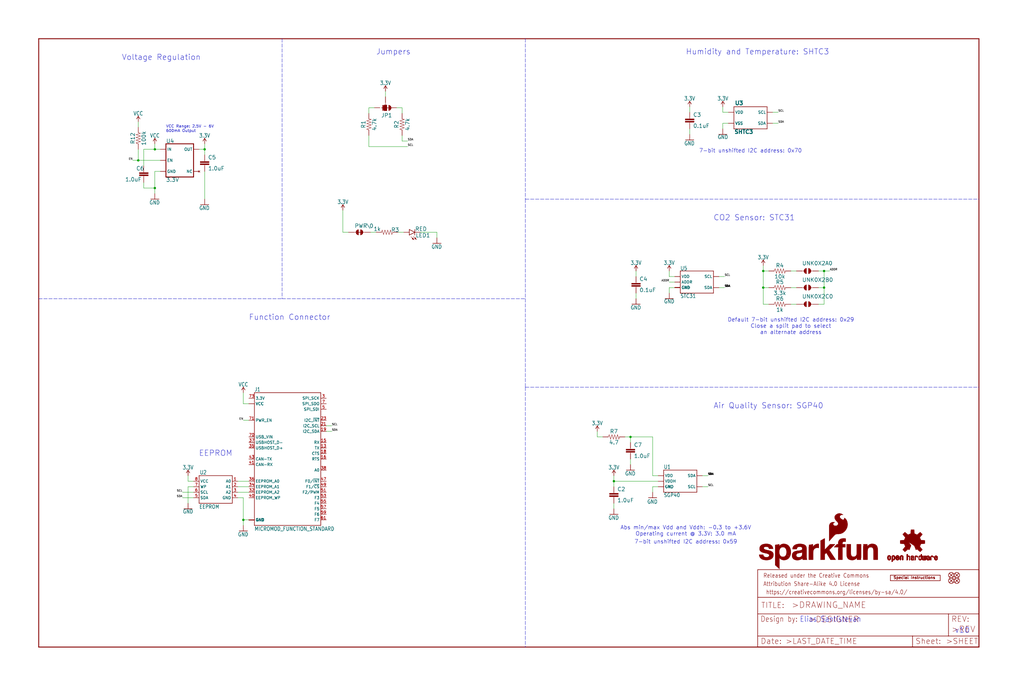
<source format=kicad_sch>
(kicad_sch (version 20211123) (generator eeschema)
  (paper "User" 470.306 317.906)
  (lib_symbols
    (symbol "eagleSchem-eagle-import:0.1UF-0603-25V-5%"
      (property "Reference" "C" (at 1.524 2.921 0))
      (property "Value" "0.1UF-0603-25V-5%" (at 1.524 -2.159 0))
      (symbol "0.1UF-0603-25V-5%_1_0"
        (pin passive line (at 0 5.08 270) (length 2.54) (name "1") (number "1"))
        (pin passive line (at 0 -2.54 90) (length 2.54) (name "2") (number "2"))
      )
    )
    (symbol "eagleSchem-eagle-import:1.0UF-0603-16V-10%"
      (property "Reference" "C" (at 1.524 2.921 0))
      (property "Value" "1.0UF-0603-16V-10%" (at 1.524 -2.159 0))
      (symbol "1.0UF-0603-16V-10%_1_0"
        (pin passive line (at 0 5.08 270) (length 2.54) (name "1") (number "1"))
        (pin passive line (at 0 -2.54 90) (length 2.54) (name "2") (number "2"))
      )
    )
    (symbol "eagleSchem-eagle-import:1.0UF-0603-16V-10%-X7R"
      (property "Reference" "C" (at 1.524 2.921 0))
      (property "Value" "1.0UF-0603-16V-10%-X7R" (at 1.524 -2.159 0))
      (symbol "1.0UF-0603-16V-10%-X7R_1_0"
        (pin passive line (at 0 5.08 270) (length 2.54) (name "1") (number "1"))
        (pin passive line (at 0 -2.54 90) (length 2.54) (name "2") (number "2"))
      )
    )
    (symbol "eagleSchem-eagle-import:100KOHM-0603-1{slash}10W-1%"
      (property "Reference" "R" (at 0 1.524 0))
      (property "Value" "100KOHM-0603-1{slash}10W-1%" (at 0 -1.524 0))
      (symbol "100KOHM-0603-1{slash}10W-1%_1_0"
        (pin passive line (at -5.08 0 0) (length 2.54) (name "1") (number "1"))
        (pin passive line (at 5.08 0 180) (length 2.54) (name "2") (number "2"))
      )
    )
    (symbol "eagleSchem-eagle-import:10KOHM-0603-1{slash}10W-1%"
      (property "Reference" "R" (at 0 1.524 0))
      (property "Value" "10KOHM-0603-1{slash}10W-1%" (at 0 -1.524 0))
      (symbol "10KOHM-0603-1{slash}10W-1%_1_0"
        (pin passive line (at -5.08 0 0) (length 2.54) (name "1") (number "1"))
        (pin passive line (at 5.08 0 180) (length 2.54) (name "2") (number "2"))
      )
    )
    (symbol "eagleSchem-eagle-import:1KOHM-0603-1{slash}10W-1%"
      (property "Reference" "R" (at 0 1.524 0))
      (property "Value" "1KOHM-0603-1{slash}10W-1%" (at 0 -1.524 0))
      (symbol "1KOHM-0603-1{slash}10W-1%_1_0"
        (pin passive line (at -5.08 0 0) (length 2.54) (name "1") (number "1"))
        (pin passive line (at 5.08 0 180) (length 2.54) (name "2") (number "2"))
      )
    )
    (symbol "eagleSchem-eagle-import:3.3KOHM-0603-1{slash}10W-1%"
      (property "Reference" "R" (at 0 1.524 0))
      (property "Value" "3.3KOHM-0603-1{slash}10W-1%" (at 0 -1.524 0))
      (symbol "3.3KOHM-0603-1{slash}10W-1%_1_0"
        (pin passive line (at -5.08 0 0) (length 2.54) (name "1") (number "1"))
        (pin passive line (at 5.08 0 180) (length 2.54) (name "2") (number "2"))
      )
    )
    (symbol "eagleSchem-eagle-import:3.3V" (power)
      (property "Value" "3.3V" (at 0 2.794 0))
      (symbol "3.3V_1_0"
        (pin power_in line (at 0 0 90) (length 2.54) (name "3.3V") (number "1"))
      )
    )
    (symbol "eagleSchem-eagle-import:4.7KOHM-0603-1{slash}10W-1%"
      (property "Reference" "R" (at 0 1.524 0))
      (property "Value" "4.7KOHM-0603-1{slash}10W-1%" (at 0 -1.524 0))
      (symbol "4.7KOHM-0603-1{slash}10W-1%_1_0"
        (pin passive line (at -5.08 0 0) (length 2.54) (name "1") (number "1"))
        (pin passive line (at 5.08 0 180) (length 2.54) (name "2") (number "2"))
      )
    )
    (symbol "eagleSchem-eagle-import:4.7OHM-0603-1{slash}10W-1%"
      (property "Reference" "R" (at 0 1.524 0))
      (property "Value" "4.7OHM-0603-1{slash}10W-1%" (at 0 -1.524 0))
      (symbol "4.7OHM-0603-1{slash}10W-1%_1_0"
        (pin passive line (at -5.08 0 0) (length 2.54) (name "1") (number "1"))
        (pin passive line (at 5.08 0 180) (length 2.54) (name "2") (number "2"))
      )
    )
    (symbol "eagleSchem-eagle-import:EEPROM-I2C512K"
      (property "Reference" "U" (at -7.62 8.382 0))
      (property "Value" "EEPROM-I2C512K" (at -7.62 -7.62 0))
      (symbol "EEPROM-I2C512K_1_0"
        (pin bidirectional line (at -10.16 5.08 0) (length 2.54) (name "A0") (number "1"))
        (pin bidirectional line (at -10.16 2.54 0) (length 2.54) (name "A1") (number "2"))
        (pin bidirectional line (at -10.16 0 0) (length 2.54) (name "A2") (number "3"))
        (pin power_in line (at -10.16 -2.54 0) (length 2.54) (name "GND") (number "4"))
        (pin bidirectional line (at 10.16 -2.54 180) (length 2.54) (name "SDA") (number "5"))
        (pin bidirectional line (at 10.16 0 180) (length 2.54) (name "SCL") (number "6"))
        (pin bidirectional line (at 10.16 2.54 180) (length 2.54) (name "WP") (number "7"))
        (pin power_in line (at 10.16 5.08 180) (length 2.54) (name "VCC") (number "8"))
      )
    )
    (symbol "eagleSchem-eagle-import:FIDUCIAL1X2")
    (symbol "eagleSchem-eagle-import:FRAME-LEDGER"
      (symbol "FRAME-LEDGER_2_0"
        (text " https://creativecommons.org/licenses/by-sa/4.0/" (at 2.54 24.13 0) (effects (font (size 1.9304 1.6408)) (justify left bottom)))
        (text ">DESIGNER" (at 23.114 11.176 0) (effects (font (size 2.7432 2.7432)) (justify left bottom)))
        (text ">DRAWING_NAME" (at 15.494 17.78 0) (effects (font (size 2.7432 2.7432)) (justify left bottom)))
        (text ">LAST_DATE_TIME" (at 12.7 1.27 0) (effects (font (size 2.54 2.54)) (justify left bottom)))
        (text ">REV" (at 88.9 6.604 0) (effects (font (size 2.7432 2.7432)) (justify left bottom)))
        (text ">SHEET" (at 86.36 1.27 0) (effects (font (size 2.54 2.54)) (justify left bottom)))
        (text "Attribution Share-Alike 4.0 License" (at 2.54 27.94 0) (effects (font (size 1.9304 1.6408)) (justify left bottom)))
        (text "Date:" (at 1.27 1.27 0) (effects (font (size 2.54 2.54)) (justify left bottom)))
        (text "Design by:" (at 1.27 11.43 0) (effects (font (size 2.54 2.159)) (justify left bottom)))
        (text "Released under the Creative Commons" (at 2.54 31.75 0) (effects (font (size 1.9304 1.6408)) (justify left bottom)))
        (text "REV:" (at 88.9 11.43 0) (effects (font (size 2.54 2.54)) (justify left bottom)))
        (text "Sheet:" (at 72.39 1.27 0) (effects (font (size 2.54 2.54)) (justify left bottom)))
        (text "TITLE:" (at 1.524 17.78 0) (effects (font (size 2.54 2.54)) (justify left bottom)))
      )
    )
    (symbol "eagleSchem-eagle-import:GND" (power)
      (property "Value" "GND" (at 0 -0.254 0))
      (symbol "GND_1_0"
        (pin power_in line (at 0 2.54 270) (length 2.54) (name "GND") (number "1"))
      )
    )
    (symbol "eagleSchem-eagle-import:JUMPER-SMT_2_NC_TRACE_SILK"
      (property "Reference" "JP" (at -2.54 2.54 0))
      (property "Value" "JUMPER-SMT_2_NC_TRACE_SILK" (at -2.54 -2.54 0))
      (symbol "JUMPER-SMT_2_NC_TRACE_SILK_1_0"
        (pin passive line (at -5.08 0 0) (length 2.54) (name "1") (number "1"))
        (pin passive line (at 5.08 0 180) (length 2.54) (name "2") (number "2"))
      )
    )
    (symbol "eagleSchem-eagle-import:JUMPER-SMT_2_NO_SILK"
      (property "Reference" "JP" (at -2.54 2.54 0))
      (property "Value" "JUMPER-SMT_2_NO_SILK" (at -2.54 -2.54 0))
      (symbol "JUMPER-SMT_2_NO_SILK_1_0"
        (pin passive line (at -5.08 0 0) (length 2.54) (name "1") (number "1"))
        (pin passive line (at 5.08 0 180) (length 2.54) (name "2") (number "2"))
      )
    )
    (symbol "eagleSchem-eagle-import:JUMPER-SMT_3_2-NC_TRACE_SILK"
      (property "Reference" "JP" (at 2.54 0.381 0))
      (property "Value" "JUMPER-SMT_3_2-NC_TRACE_SILK" (at 2.54 -0.381 0))
      (symbol "JUMPER-SMT_3_2-NC_TRACE_SILK_1_0"
        (pin passive line (at 0 5.08 270) (length 2.54) (name "1") (number "1"))
        (pin passive line (at -5.08 0 0) (length 2.54) (name "2") (number "2"))
        (pin passive line (at 0 -5.08 90) (length 2.54) (name "3") (number "3"))
      )
    )
    (symbol "eagleSchem-eagle-import:LED-RED0603"
      (property "Reference" "D" (at -3.429 -4.572 90))
      (property "Value" "LED-RED0603" (at 1.905 -4.572 90))
      (symbol "LED-RED0603_1_0"
        (pin passive line (at 0 2.54 270) (length 2.54) (name "A") (number "A"))
        (pin passive line (at 0 -5.08 90) (length 2.54) (name "C") (number "C"))
      )
    )
    (symbol "eagleSchem-eagle-import:MICROMOD_FUNCTION_STANDARD"
      (property "Reference" "J" (at -15.24 28.448 0))
      (property "Value" "MICROMOD_FUNCTION_STANDARD" (at -15.24 -35.56 0))
      (symbol "MICROMOD_FUNCTION_STANDARD_1_0"
        (pin bidirectional line (at -17.78 -30.48 0) (length 2.54) (name "GND") (number "1"))
        (pin bidirectional line (at 17.78 2.54 180) (length 2.54) (name "TX") (number "13"))
        (pin bidirectional line (at 17.78 5.08 180) (length 2.54) (name "RX") (number "15"))
        (pin bidirectional line (at 17.78 -2.54 180) (length 2.54) (name "RTS") (number "16"))
        (pin bidirectional line (at 17.78 0 180) (length 2.54) (name "CTS") (number "18"))
        (pin bidirectional line (at 17.78 10.16 180) (length 2.54) (name "I2C_SDA") (number "19"))
        (pin bidirectional line (at 17.78 12.7 180) (length 2.54) (name "I2C_SCL") (number "21"))
        (pin bidirectional line (at 17.78 15.24 180) (length 2.54) (name "I2C_~{INT}") (number "23"))
        (pin bidirectional line (at 17.78 25.4 180) (length 2.54) (name "SPI_SCK") (number "3"))
        (pin bidirectional line (at -17.78 -17.78 0) (length 2.54) (name "EEPROM_A2") (number "32"))
        (pin bidirectional line (at -17.78 -30.48 0) (length 2.54) (name "GND") (number "33"))
        (pin bidirectional line (at -17.78 -15.24 0) (length 2.54) (name "EEPROM_A1") (number "34"))
        (pin bidirectional line (at -17.78 2.54 0) (length 2.54) (name "USBHOST_D+") (number "35"))
        (pin bidirectional line (at -17.78 -12.7 0) (length 2.54) (name "EEPROM_A0") (number "36"))
        (pin bidirectional line (at -17.78 5.08 0) (length 2.54) (name "USBHOST_D-") (number "37"))
        (pin bidirectional line (at 17.78 -7.62 180) (length 2.54) (name "A0") (number "38"))
        (pin bidirectional line (at -17.78 -30.48 0) (length 2.54) (name "GND") (number "39"))
        (pin bidirectional line (at -17.78 -20.32 0) (length 2.54) (name "EEPROM_WP") (number "40"))
        (pin bidirectional line (at -17.78 -5.08 0) (length 2.54) (name "CAN-RX") (number "41"))
        (pin bidirectional line (at -17.78 -2.54 0) (length 2.54) (name "CAN-TX") (number "43"))
        (pin bidirectional line (at -17.78 -30.48 0) (length 2.54) (name "GND") (number "45"))
        (pin bidirectional line (at 17.78 -12.7 180) (length 2.54) (name "F0/~{INT}") (number "47"))
        (pin bidirectional line (at 17.78 -15.24 180) (length 2.54) (name "F1/~{CS}") (number "49"))
        (pin bidirectional line (at 17.78 20.32 180) (length 2.54) (name "SPI_SDI") (number "5"))
        (pin bidirectional line (at 17.78 -17.78 180) (length 2.54) (name "F2/PWM") (number "51"))
        (pin bidirectional line (at 17.78 -20.32 180) (length 2.54) (name "F3") (number "53"))
        (pin bidirectional line (at 17.78 -22.86 180) (length 2.54) (name "F4") (number "55"))
        (pin bidirectional line (at 17.78 -25.4 180) (length 2.54) (name "F5") (number "57"))
        (pin bidirectional line (at 17.78 -27.94 180) (length 2.54) (name "F6") (number "59"))
        (pin bidirectional line (at 17.78 -30.48 180) (length 2.54) (name "F7") (number "61"))
        (pin bidirectional line (at 17.78 22.86 180) (length 2.54) (name "SPI_SDO") (number "7"))
        (pin bidirectional line (at -17.78 7.62 0) (length 2.54) (name "USB_VIN") (number "70"))
        (pin bidirectional line (at -17.78 15.24 0) (length 2.54) (name "PWR_EN") (number "71"))
        (pin bidirectional line (at -17.78 22.86 0) (length 2.54) (name "VCC") (number "72"))
        (pin bidirectional line (at -17.78 25.4 0) (length 2.54) (name "3.3V") (number "73"))
        (pin bidirectional line (at -17.78 22.86 0) (length 2.54) (name "VCC") (number "74"))
        (pin bidirectional line (at -17.78 -30.48 0) (length 2.54) (name "GND") (number "75"))
        (pin bidirectional line (at -17.78 -30.48 0) (length 2.54) (name "GND") (number "GND1"))
        (pin bidirectional line (at -17.78 -30.48 0) (length 2.54) (name "GND") (number "GND2"))
        (pin bidirectional line (at -17.78 -30.48 0) (length 2.54) (name "GND") (number "GND3"))
        (pin bidirectional line (at -17.78 -30.48 0) (length 2.54) (name "GND") (number "GND4"))
        (pin bidirectional line (at -17.78 -30.48 0) (length 2.54) (name "GND") (number "GND5"))
        (pin bidirectional line (at -17.78 -30.48 0) (length 2.54) (name "GND") (number "GND6"))
      )
    )
    (symbol "eagleSchem-eagle-import:OSHW-LOGOS")
    (symbol "eagleSchem-eagle-import:SFE_LOGO_NAME_FLAME.2_INCH")
    (symbol "eagleSchem-eagle-import:SGP40"
      (property "Reference" "U" (at -7.62 5.588 0))
      (property "Value" "SGP40" (at -7.62 -7.366 0))
      (symbol "SGP40_1_0"
        (pin power_in line (at -10.16 2.54 0) (length 2.54) (name "VDD") (number "1"))
        (pin power_in line (at -10.16 -2.54 0) (length 2.54) (name "GND") (number "2"))
        (pin bidirectional line (at 10.16 2.54 180) (length 2.54) (name "SDA") (number "3"))
        (pin power_in line (at -10.16 -2.54 0) (length 2.54) (name "GND") (number "4"))
        (pin power_in line (at -10.16 0 0) (length 2.54) (name "VDDH") (number "5"))
        (pin bidirectional line (at 10.16 -2.54 180) (length 2.54) (name "SCL") (number "6"))
        (pin power_in line (at -10.16 -2.54 0) (length 2.54) (name "GND") (number "DIEPAD"))
      )
    )
    (symbol "eagleSchem-eagle-import:SHTC3"
      (property "Reference" "U" (at -7.366 5.588 0))
      (property "Value" "SHTC3" (at -7.62 -7.62 0))
      (symbol "SHTC3_1_0"
        (pin bidirectional line (at -10.16 2.54 0) (length 2.54) (name "VDD") (number "1"))
        (pin bidirectional line (at 10.16 2.54 180) (length 2.54) (name "SCL") (number "2"))
        (pin bidirectional line (at 10.16 -2.54 180) (length 2.54) (name "SDA") (number "3"))
        (pin bidirectional line (at -10.16 -2.54 0) (length 2.54) (name "VSS") (number "4"))
        (pin bidirectional line (at -10.16 -2.54 0) (length 2.54) (name "VSS") (number "5"))
      )
    )
    (symbol "eagleSchem-eagle-import:SPECIAL_INSTRUCTIONS-ORDERING"
      (symbol "SPECIAL_INSTRUCTIONS-ORDERING_1_0"
        (text "Special Instructions" (at 1.27 0.6985 0) (effects (font (size 1.27 1.27) (thickness 0.254) bold) (justify left bottom)))
      )
    )
    (symbol "eagleSchem-eagle-import:STC31"
      (property "Reference" "U" (at -7.62 5.334 0))
      (property "Value" "STC31" (at -7.62 -7.366 0))
      (symbol "STC31_1_0"
        (pin power_in line (at -10.16 -2.54 0) (length 2.54) (name "GND") (number "1"))
        (pin power_in line (at -10.16 -2.54 0) (length 2.54) (name "GND") (number "11"))
        (pin bidirectional line (at -10.16 0 0) (length 2.54) (name "ADDR") (number "3"))
        (pin bidirectional line (at 10.16 2.54 180) (length 2.54) (name "SCL") (number "4"))
        (pin power_in line (at -10.16 -2.54 0) (length 2.54) (name "GND") (number "5"))
        (pin power_in line (at -10.16 2.54 0) (length 2.54) (name "VDD") (number "6"))
        (pin bidirectional line (at 10.16 -2.54 180) (length 2.54) (name "SDA") (number "7"))
        (pin power_in line (at -10.16 -2.54 0) (length 2.54) (name "GND") (number "9"))
        (pin power_in line (at -10.16 -2.54 0) (length 2.54) (name "GND") (number "DIEPAD"))
      )
    )
    (symbol "eagleSchem-eagle-import:VCC" (power)
      (property "Value" "VCC" (at 0 2.794 0))
      (symbol "VCC_1_0"
        (pin power_in line (at 0 0 90) (length 2.54) (name "VCC") (number "1"))
      )
    )
    (symbol "eagleSchem-eagle-import:V_REG_AP2112K-3.3V"
      (property "Reference" "U" (at -7.62 7.874 0))
      (property "Value" "V_REG_AP2112K-3.3V" (at -7.62 -7.874 0))
      (symbol "V_REG_AP2112K-3.3V_1_0"
        (pin input line (at -10.16 5.08 0) (length 2.54) (name "IN") (number "1"))
        (pin input line (at -10.16 -5.08 0) (length 2.54) (name "GND") (number "2"))
        (pin input line (at -10.16 0 0) (length 2.54) (name "EN") (number "3"))
        (pin no_connect line (at 7.62 -5.08 180) (length 2.54) (name "NC") (number "4"))
        (pin passive line (at 7.62 5.08 180) (length 2.54) (name "OUT") (number "5"))
      )
    )
  )
  (junction (at 350.52 124.46))
  (junction (at 71.12 68.58))
  (junction (at 111.76 238.76))
  (junction (at 281.94 220.98))
  (junction (at 93.98 68.58))
  (junction (at 71.12 86.36))
  (junction (at 63.5 73.66))
  (junction (at 378.46 132.08))
  (junction (at 350.52 132.08))
  (junction (at 289.56 200.66))
  (junction (at 378.46 124.46))
  (wire (pts (xy 63.5 58.42) (xy 63.5 55.88)))
  (wire (pts (xy 185.42 106.68) (xy 182.88 106.68)))
  (wire (pts (xy 109.22 228.6) (xy 111.76 228.6)))
  (wire (pts (xy 289.56 210.82) (xy 289.56 213.36)))
  (polyline (pts (xy 241.3 91.44) (xy 449.58 91.44)))
  (wire (pts (xy 93.98 91.44) (xy 93.98 78.74)))
  (wire (pts (xy 350.52 139.7) (xy 350.52 132.08)))
  (wire (pts (xy 302.26 218.44) (xy 299.72 218.44)))
  (wire (pts (xy 309.88 129.54) (xy 307.34 129.54)))
  (wire (pts (xy 289.56 200.66) (xy 289.56 203.2)))
  (wire (pts (xy 309.88 127) (xy 307.34 127)))
  (wire (pts (xy 299.72 200.66) (xy 289.56 200.66)))
  (wire (pts (xy 309.88 132.08) (xy 307.34 132.08)))
  (wire (pts (xy 365.76 132.08) (xy 363.22 132.08)))
  (wire (pts (xy 157.48 106.68) (xy 157.48 96.52)))
  (wire (pts (xy 66.04 76.2) (xy 66.04 68.58)))
  (wire (pts (xy 353.06 139.7) (xy 350.52 139.7)))
  (wire (pts (xy 354.838 51.562) (xy 357.378 51.562)))
  (wire (pts (xy 88.9 220.98) (xy 86.36 220.98)))
  (wire (pts (xy 149.86 195.58) (xy 152.4 195.58)))
  (wire (pts (xy 177.038 44.45) (xy 177.038 41.91)))
  (wire (pts (xy 171.958 49.53) (xy 169.418 49.53)))
  (polyline (pts (xy 241.3 137.16) (xy 241.3 177.8)))
  (wire (pts (xy 281.94 218.44) (xy 281.94 220.98)))
  (wire (pts (xy 334.518 56.642) (xy 331.978 56.642)))
  (wire (pts (xy 111.76 185.42) (xy 111.76 180.34)))
  (wire (pts (xy 170.18 106.68) (xy 172.72 106.68)))
  (wire (pts (xy 111.76 193.04) (xy 114.3 193.04)))
  (polyline (pts (xy 241.3 177.8) (xy 449.58 177.8)))
  (wire (pts (xy 169.418 49.53) (xy 169.418 52.07)))
  (wire (pts (xy 114.3 238.76) (xy 111.76 238.76)))
  (wire (pts (xy 184.658 62.23) (xy 184.658 64.77)))
  (wire (pts (xy 350.52 132.08) (xy 350.52 124.46)))
  (wire (pts (xy 353.06 124.46) (xy 350.52 124.46)))
  (wire (pts (xy 93.98 68.58) (xy 93.98 71.12)))
  (wire (pts (xy 316.738 59.182) (xy 316.738 61.722)))
  (wire (pts (xy 353.06 132.08) (xy 350.52 132.08)))
  (wire (pts (xy 378.46 139.7) (xy 378.46 132.08)))
  (wire (pts (xy 292.1 134.62) (xy 292.1 137.16)))
  (wire (pts (xy 378.46 132.08) (xy 378.46 124.46)))
  (wire (pts (xy 354.838 56.642) (xy 357.378 56.642)))
  (wire (pts (xy 169.418 62.23) (xy 169.418 67.31)))
  (polyline (pts (xy 241.3 91.44) (xy 241.3 137.16)))
  (polyline (pts (xy 241.3 177.8) (xy 241.3 297.18)))
  (wire (pts (xy 109.22 226.06) (xy 114.3 226.06)))
  (wire (pts (xy 73.66 68.58) (xy 71.12 68.58)))
  (wire (pts (xy 169.418 67.31) (xy 187.198 67.31)))
  (wire (pts (xy 274.32 200.66) (xy 274.32 198.12)))
  (wire (pts (xy 109.22 220.98) (xy 114.3 220.98)))
  (wire (pts (xy 88.9 228.6) (xy 83.82 228.6)))
  (wire (pts (xy 316.738 49.022) (xy 316.738 51.562)))
  (wire (pts (xy 93.98 66.04) (xy 93.98 68.58)))
  (wire (pts (xy 276.86 200.66) (xy 274.32 200.66)))
  (wire (pts (xy 200.66 106.68) (xy 193.04 106.68)))
  (wire (pts (xy 299.72 218.44) (xy 299.72 200.66)))
  (wire (pts (xy 322.58 218.44) (xy 325.12 218.44)))
  (wire (pts (xy 88.9 223.52) (xy 86.36 223.52)))
  (wire (pts (xy 375.92 132.08) (xy 378.46 132.08)))
  (wire (pts (xy 114.3 185.42) (xy 111.76 185.42)))
  (wire (pts (xy 73.66 78.74) (xy 71.12 78.74)))
  (wire (pts (xy 71.12 68.58) (xy 71.12 66.04)))
  (wire (pts (xy 375.92 139.7) (xy 378.46 139.7)))
  (wire (pts (xy 66.04 86.36) (xy 71.12 86.36)))
  (wire (pts (xy 88.9 226.06) (xy 83.82 226.06)))
  (wire (pts (xy 91.44 68.58) (xy 93.98 68.58)))
  (wire (pts (xy 281.94 220.98) (xy 281.94 223.52)))
  (wire (pts (xy 66.04 86.36) (xy 66.04 83.82)))
  (wire (pts (xy 63.5 73.66) (xy 63.5 68.58)))
  (wire (pts (xy 365.76 124.46) (xy 363.22 124.46)))
  (wire (pts (xy 71.12 86.36) (xy 71.12 88.9)))
  (wire (pts (xy 184.658 49.53) (xy 184.658 52.07)))
  (wire (pts (xy 86.36 223.52) (xy 86.36 231.14)))
  (wire (pts (xy 292.1 127) (xy 292.1 124.46)))
  (wire (pts (xy 287.02 200.66) (xy 289.56 200.66)))
  (wire (pts (xy 302.26 220.98) (xy 281.94 220.98)))
  (wire (pts (xy 149.86 198.12) (xy 152.4 198.12)))
  (wire (pts (xy 302.26 223.52) (xy 299.72 223.52)))
  (wire (pts (xy 299.72 223.52) (xy 299.72 226.06)))
  (wire (pts (xy 281.94 231.14) (xy 281.94 233.68)))
  (polyline (pts (xy 241.3 17.78) (xy 241.3 91.44)))
  (wire (pts (xy 111.76 228.6) (xy 111.76 238.76)))
  (wire (pts (xy 200.66 106.68) (xy 200.66 109.22)))
  (wire (pts (xy 334.518 51.562) (xy 331.978 51.562)))
  (wire (pts (xy 350.52 124.46) (xy 350.52 121.92)))
  (wire (pts (xy 378.46 124.46) (xy 381 124.46)))
  (wire (pts (xy 322.58 223.52) (xy 325.12 223.52)))
  (wire (pts (xy 365.76 139.7) (xy 363.22 139.7)))
  (wire (pts (xy 331.978 56.642) (xy 331.978 59.182)))
  (wire (pts (xy 307.34 132.08) (xy 307.34 134.62)))
  (wire (pts (xy 73.66 73.66) (xy 63.5 73.66)))
  (wire (pts (xy 375.92 124.46) (xy 378.46 124.46)))
  (wire (pts (xy 182.118 49.53) (xy 184.658 49.53)))
  (polyline (pts (xy 129.54 17.78) (xy 129.54 137.16)))
  (wire (pts (xy 160.02 106.68) (xy 157.48 106.68)))
  (wire (pts (xy 71.12 78.74) (xy 71.12 86.36)))
  (wire (pts (xy 111.76 238.76) (xy 111.76 241.3)))
  (polyline (pts (xy 17.78 137.16) (xy 129.54 137.16)))
  (polyline (pts (xy 129.54 137.16) (xy 241.3 137.16)))
  (wire (pts (xy 331.978 51.562) (xy 331.978 49.022)))
  (wire (pts (xy 184.658 64.77) (xy 187.198 64.77)))
  (wire (pts (xy 109.22 223.52) (xy 114.3 223.52)))
  (wire (pts (xy 307.34 127) (xy 307.34 124.46)))
  (wire (pts (xy 330.2 132.08) (xy 332.74 132.08)))
  (wire (pts (xy 63.5 73.66) (xy 60.96 73.66)))
  (wire (pts (xy 66.04 68.58) (xy 71.12 68.58)))
  (wire (pts (xy 330.2 127) (xy 332.74 127)))
  (wire (pts (xy 86.36 220.98) (xy 86.36 218.44)))
  (text "Function Connector" (at 114.3 147.32 180) (effects (font (size 2.54 2.54)) (justify left bottom)))
  (text "Air Quality Sensor: SGP40" (at 327.66 187.96 180) (effects (font (size 2.54 2.54)) (justify left bottom)))
  (text "Abs min/max Vdd and Vddh: -0.3 to +3.6V\nOperating current @ 3.3V: 3.0 mA" (at 314.96 243.84 0) (effects (font (size 1.778 1.778))))
  (text "v10" (at 441.96 289.56 180) (effects (font (size 2.54 2.54))))
  (text "EEPROM" (at 99.06 208.28 180) (effects (font (size 2.54 2.54))))
  (text "CO2 Sensor: STC31" (at 327.66 101.6 180) (effects (font (size 2.54 2.54)) (justify left bottom)))
  (text "7-bit unshifted I2C address: 0x59" (at 314.96 248.92 180) (effects (font (size 1.778 1.778))))
  (text "Elias Santistevan" (at 367.284 286.004 180) (effects (font (size 2.54 2.159)) (justify left bottom)))
  (text "VCC Range: 2.5V - 6V\n600mA Output" (at 76.2 60.96 180) (effects (font (size 1.27 1.27)) (justify left bottom)))
  (text "Humidity and Temperature: SHTC3" (at 314.96 25.4 180) (effects (font (size 2.54 2.54)) (justify left bottom)))
  (text "7-bit unshifted I2C address: 0x70" (at 344.678 69.342 180) (effects (font (size 1.778 1.778))))
  (text "Default 7-bit unshifted I2C address: 0x29\nClose a split pad to select\nan alternate address" (at 363.22 149.86 0) (effects (font (size 1.778 1.778))))
  (text "Voltage Regulation" (at 55.88 27.94 180) (effects (font (size 2.54 2.54)) (justify left bottom)))
  (text "Jumpers" (at 172.72 25.4 180) (effects (font (size 2.54 2.54)) (justify left bottom)))
  (label "SCL" (at 357.378 51.562 0) (effects (font (size 0.889 0.889))))
  (label "SDA" (at 152.4 198.12 0) (effects (font (size 0.889 0.889))))
  (label "EN" (at 111.76 193.04 180) (effects (font (size 0.889 0.889))))
  (label "SDA" (at 187.198 64.77 0) (effects (font (size 0.889 0.889))))
  (label "SDA" (at 332.74 132.08 0) (effects (font (size 0.889 0.889))))
  (label "SDA" (at 332.74 132.08 0) (effects (font (size 0.889 0.889))))
  (label "EN" (at 60.96 73.66 180) (effects (font (size 0.889 0.889))))
  (label "ADDR" (at 381 124.46 0) (effects (font (size 0.889 0.889))))
  (label "SDA" (at 325.12 218.44 0) (effects (font (size 0.889 0.889))))
  (label "SCL" (at 187.198 67.31 0) (effects (font (size 0.889 0.889))))
  (label "SDA" (at 325.12 218.44 0) (effects (font (size 0.889 0.889))))
  (label "SDA" (at 325.12 218.44 0) (effects (font (size 0.889 0.889))))
  (label "SCL" (at 83.82 226.06 180) (effects (font (size 0.889 0.889))))
  (label "SDA" (at 332.74 132.08 0) (effects (font (size 0.889 0.889))))
  (label "SCL" (at 325.12 223.52 0) (effects (font (size 0.889 0.889))))
  (label "SDA" (at 332.74 132.08 0) (effects (font (size 0.889 0.889))))
  (label "SDA" (at 357.378 56.642 0) (effects (font (size 0.889 0.889))))
  (label "SCL" (at 332.74 127 0) (effects (font (size 0.889 0.889))))
  (label "SDA" (at 325.12 218.44 0) (effects (font (size 0.889 0.889))))
  (label "SDA" (at 83.82 228.6 180) (effects (font (size 0.889 0.889))))
  (label "ADDR" (at 307.34 129.54 180) (effects (font (size 0.889 0.889))))
  (label "SCL" (at 152.4 195.58 0) (effects (font (size 0.889 0.889))))
  (label "SDA" (at 332.74 132.08 0) (effects (font (size 0.889 0.889))))
  (label "SDA" (at 325.12 218.44 0) (effects (font (size 0.889 0.889))))
  (symbol (lib_id "eagleSchem-eagle-import:3.3V") (at 86.36 218.44 0) (unit 1)
    (property "Reference" "#SUPPLY14" (effects hide))
    (property "Value" "3.3V" (at 86.36 215.646 0) (effects (font (size 1.778 1.5113)) (justify bottom)))
    (property "Footprint" "eagleSchem:" (effects hide))
  )
  (symbol (lib_id "eagleSchem-eagle-import:SGP40") (at 312.42 220.98 0) (unit 1)
    (property "Reference" "U1" (at 304.8 215.392 0) (effects (font (size 1.778 1.5113)) (justify left bottom)))
    (property "Value" "SGP40" (at 304.8 228.346 0) (effects (font (size 1.778 1.5113)) (justify left bottom)))
    (property "Footprint" "eagleSchem:SGP40" (effects hide))
  )
  (symbol (lib_id "eagleSchem-eagle-import:GND") (at 71.12 91.44 0) (unit 1)
    (property "Reference" "#GND14" (effects hide))
    (property "Value" "GND" (at 68.58 93.98 0) (effects (font (size 1.778 1.5113)) (justify left bottom)))
    (property "Footprint" "eagleSchem:" (effects hide))
  )
  (symbol (lib_id "eagleSchem-eagle-import:3.3V") (at 177.038 41.91 0) (unit 1)
    (property "Reference" "#SUPPLY11" (effects hide))
    (property "Value" "3.3V" (at 177.038 39.116 0) (effects (font (size 1.778 1.5113)) (justify bottom)))
    (property "Footprint" "eagleSchem:" (effects hide))
  )
  (symbol (lib_id "eagleSchem-eagle-import:4.7KOHM-0603-1{slash}10W-1%") (at 169.418 57.15 90) (unit 1)
    (property "Reference" "R1" (at 167.894 57.15 0) (effects (font (size 1.778 1.778)) (justify bottom)))
    (property "Value" "4.7k" (at 170.942 57.15 0) (effects (font (size 1.778 1.778)) (justify top)))
    (property "Footprint" "eagleSchem:0603" (effects hide))
  )
  (symbol (lib_id "eagleSchem-eagle-import:JUMPER-SMT_2_NO_SILK") (at 370.84 124.46 0) (unit 1)
    (property "Reference" "UNK0X2A0" (at 368.3 121.92 0) (effects (font (size 1.778 1.778)) (justify left bottom)))
    (property "Value" "JUMPER-SMT_2_NO_SILK" (effects hide))
    (property "Footprint" "eagleSchem:SMT-JUMPER_2_NO_SILK" (effects hide))
  )
  (symbol (lib_id "eagleSchem-eagle-import:0.1UF-0603-25V-5%") (at 292.1 132.08 0) (unit 1)
    (property "Reference" "C4" (at 293.624 129.159 0) (effects (font (size 1.778 1.778)) (justify left bottom)))
    (property "Value" "0.1uF" (at 293.624 134.239 0) (effects (font (size 1.778 1.778)) (justify left bottom)))
    (property "Footprint" "eagleSchem:0603" (effects hide))
  )
  (symbol (lib_id "eagleSchem-eagle-import:3.3V") (at 331.978 49.022 0) (unit 1)
    (property "Reference" "#SUPPLY8" (effects hide))
    (property "Value" "3.3V" (at 331.978 46.228 0) (effects (font (size 1.778 1.5113)) (justify bottom)))
    (property "Footprint" "eagleSchem:" (effects hide))
  )
  (symbol (lib_id "eagleSchem-eagle-import:FIDUCIAL1X2") (at 439.42 266.7 0) (unit 1)
    (property "Reference" "FD4" (effects hide))
    (property "Value" "FIDUCIAL1X2" (effects hide))
    (property "Footprint" "eagleSchem:FIDUCIAL-1X2" (effects hide))
  )
  (symbol (lib_id "eagleSchem-eagle-import:GND") (at 281.94 236.22 0) (unit 1)
    (property "Reference" "#GND3" (effects hide))
    (property "Value" "GND" (at 279.4 238.76 0) (effects (font (size 1.778 1.5113)) (justify left bottom)))
    (property "Footprint" "eagleSchem:" (effects hide))
  )
  (symbol (lib_id "eagleSchem-eagle-import:3.3V") (at 350.52 121.92 0) (unit 1)
    (property "Reference" "#SUPPLY6" (effects hide))
    (property "Value" "3.3V" (at 350.52 119.126 0) (effects (font (size 1.778 1.5113)) (justify bottom)))
    (property "Footprint" "eagleSchem:" (effects hide))
  )
  (symbol (lib_id "eagleSchem-eagle-import:JUMPER-SMT_2_NO_SILK") (at 370.84 132.08 0) (unit 1)
    (property "Reference" "UNK0X2B0" (at 368.3 129.54 0) (effects (font (size 1.778 1.778)) (justify left bottom)))
    (property "Value" "JUMPER-SMT_2_NO_SILK" (effects hide))
    (property "Footprint" "eagleSchem:SMT-JUMPER_2_NO_SILK" (effects hide))
  )
  (symbol (lib_id "eagleSchem-eagle-import:FIDUCIAL1X2") (at 436.88 266.7 0) (unit 1)
    (property "Reference" "FD2" (effects hide))
    (property "Value" "FIDUCIAL1X2" (effects hide))
    (property "Footprint" "eagleSchem:FIDUCIAL-1X2" (effects hide))
  )
  (symbol (lib_id "eagleSchem-eagle-import:GND") (at 307.34 137.16 0) (unit 1)
    (property "Reference" "#GND1" (effects hide))
    (property "Value" "GND" (at 307.34 137.414 0) (effects (font (size 1.778 1.5113)) (justify top)))
    (property "Footprint" "eagleSchem:" (effects hide))
  )
  (symbol (lib_id "eagleSchem-eagle-import:GND") (at 289.56 215.9 0) (unit 1)
    (property "Reference" "#GND7" (effects hide))
    (property "Value" "GND" (at 287.02 218.44 0) (effects (font (size 1.778 1.5113)) (justify left bottom)))
    (property "Footprint" "eagleSchem:" (effects hide))
  )
  (symbol (lib_id "eagleSchem-eagle-import:3.3V") (at 281.94 218.44 0) (unit 1)
    (property "Reference" "#SUPPLY9" (effects hide))
    (property "Value" "3.3V" (at 281.94 215.646 0) (effects (font (size 1.778 1.5113)) (justify bottom)))
    (property "Footprint" "eagleSchem:" (effects hide))
  )
  (symbol (lib_id "eagleSchem-eagle-import:GND") (at 200.66 111.76 0) (unit 1)
    (property "Reference" "#GND10" (effects hide))
    (property "Value" "GND" (at 198.12 114.3 0) (effects (font (size 1.778 1.5113)) (justify left bottom)))
    (property "Footprint" "eagleSchem:" (effects hide))
  )
  (symbol (lib_id "eagleSchem-eagle-import:FIDUCIAL1X2") (at 436.88 264.16 0) (unit 1)
    (property "Reference" "FD3" (effects hide))
    (property "Value" "FIDUCIAL1X2" (effects hide))
    (property "Footprint" "eagleSchem:FIDUCIAL-1X2" (effects hide))
  )
  (symbol (lib_id "eagleSchem-eagle-import:4.7KOHM-0603-1{slash}10W-1%") (at 184.658 57.15 90) (unit 1)
    (property "Reference" "R2" (at 183.134 57.15 0) (effects (font (size 1.778 1.778)) (justify bottom)))
    (property "Value" "4.7k" (at 186.182 57.15 0) (effects (font (size 1.778 1.778)) (justify top)))
    (property "Footprint" "eagleSchem:0603" (effects hide))
  )
  (symbol (lib_id "eagleSchem-eagle-import:FIDUCIAL1X2") (at 439.42 264.16 0) (unit 1)
    (property "Reference" "FD1" (effects hide))
    (property "Value" "FIDUCIAL1X2" (effects hide))
    (property "Footprint" "eagleSchem:FIDUCIAL-1X2" (effects hide))
  )
  (symbol (lib_id "eagleSchem-eagle-import:VCC") (at 111.76 180.34 0) (unit 1)
    (property "Reference" "#SUPPLY13" (effects hide))
    (property "Value" "VCC" (at 111.76 177.546 0) (effects (font (size 1.778 1.5113)) (justify bottom)))
    (property "Footprint" "eagleSchem:" (effects hide))
  )
  (symbol (lib_id "eagleSchem-eagle-import:100KOHM-0603-1{slash}10W-1%") (at 63.5 63.5 90) (unit 1)
    (property "Reference" "R12" (at 61.976 63.5 0) (effects (font (size 1.778 1.778)) (justify bottom)))
    (property "Value" "100k" (at 65.024 63.5 0) (effects (font (size 1.778 1.778)) (justify top)))
    (property "Footprint" "eagleSchem:0603" (effects hide))
  )
  (symbol (lib_id "eagleSchem-eagle-import:3.3V") (at 274.32 198.12 0) (unit 1)
    (property "Reference" "#SUPPLY10" (effects hide))
    (property "Value" "3.3V" (at 274.32 195.326 0) (effects (font (size 1.778 1.5113)) (justify bottom)))
    (property "Footprint" "eagleSchem:" (effects hide))
  )
  (symbol (lib_id "eagleSchem-eagle-import:SFE_LOGO_NAME_FLAME.2_INCH") (at 347.98 261.62 0) (unit 1)
    (property "Reference" "LOGO1" (effects hide))
    (property "Value" "SFE_LOGO_NAME_FLAME.2_INCH" (effects hide))
    (property "Footprint" "eagleSchem:SFE_LOGO_NAME_FLAME_.2" (effects hide))
  )
  (symbol (lib_id "eagleSchem-eagle-import:FRAME-LEDGER") (at 347.98 297.18 0) (unit 2)
    (property "Reference" "FRAME1" (effects hide))
    (property "Value" "FRAME-LEDGER" (effects hide))
    (property "Footprint" "eagleSchem:CREATIVE_COMMONS" (effects hide))
  )
  (symbol (lib_id "eagleSchem-eagle-import:GND") (at 93.98 93.98 0) (unit 1)
    (property "Reference" "#GND11" (effects hide))
    (property "Value" "GND" (at 91.44 96.52 0) (effects (font (size 1.778 1.5113)) (justify left bottom)))
    (property "Footprint" "eagleSchem:" (effects hide))
  )
  (symbol (lib_id "eagleSchem-eagle-import:VCC") (at 71.12 66.04 0) (unit 1)
    (property "Reference" "#SUPPLY7" (effects hide))
    (property "Value" "VCC" (at 71.12 63.246 0) (effects (font (size 1.778 1.5113)) (justify bottom)))
    (property "Footprint" "eagleSchem:" (effects hide))
  )
  (symbol (lib_id "eagleSchem-eagle-import:1.0UF-0603-16V-10%-X7R") (at 281.94 228.6 0) (unit 1)
    (property "Reference" "C2" (at 283.464 225.679 0) (effects (font (size 1.778 1.778)) (justify left bottom)))
    (property "Value" "1.0uF" (at 283.464 230.759 0) (effects (font (size 1.778 1.778)) (justify left bottom)))
    (property "Footprint" "eagleSchem:0603" (effects hide))
  )
  (symbol (lib_id "eagleSchem-eagle-import:SPECIAL_INSTRUCTIONS-ORDERING") (at 408.94 266.7 0) (unit 1)
    (property "Reference" "LOGO3" (effects hide))
    (property "Value" "SPECIAL_INSTRUCTIONS-ORDERING" (effects hide))
    (property "Footprint" "eagleSchem:ORDERING_INSTRUCTIONS" (effects hide))
  )
  (symbol (lib_id "eagleSchem-eagle-import:GND") (at 299.72 228.6 0) (unit 1)
    (property "Reference" "#GND6" (effects hide))
    (property "Value" "GND" (at 297.18 231.394 0) (effects (font (size 1.778 1.5113)) (justify left bottom)))
    (property "Footprint" "eagleSchem:" (effects hide))
  )
  (symbol (lib_id "eagleSchem-eagle-import:VCC") (at 63.5 55.88 0) (unit 1)
    (property "Reference" "#SUPPLY3" (effects hide))
    (property "Value" "VCC" (at 63.5 53.086 0) (effects (font (size 1.778 1.5113)) (justify bottom)))
    (property "Footprint" "eagleSchem:" (effects hide))
  )
  (symbol (lib_id "eagleSchem-eagle-import:V_REG_AP2112K-3.3V") (at 83.82 73.66 0) (unit 1)
    (property "Reference" "U4" (at 76.2 65.786 0) (effects (font (size 1.778 1.778)) (justify left bottom)))
    (property "Value" "3.3V" (at 76.2 81.534 0) (effects (font (size 1.778 1.778)) (justify left top)))
    (property "Footprint" "eagleSchem:SOT23-5" (effects hide))
  )
  (symbol (lib_id "eagleSchem-eagle-import:EEPROM-I2C512K") (at 99.06 226.06 0) (mirror y) (unit 1)
    (property "Reference" "U2" (at 91.694 217.932 0) (effects (font (size 1.778 1.5113)) (justify right bottom)))
    (property "Value" "EEPROM" (at 91.44 233.68 0) (effects (font (size 1.778 1.5113)) (justify right bottom)))
    (property "Footprint" "eagleSchem:SO08" (effects hide))
  )
  (symbol (lib_id "eagleSchem-eagle-import:3.3V") (at 316.738 49.022 0) (unit 1)
    (property "Reference" "#SUPPLY4" (effects hide))
    (property "Value" "3.3V" (at 316.738 46.228 0) (effects (font (size 1.778 1.5113)) (justify bottom)))
    (property "Footprint" "eagleSchem:" (effects hide))
  )
  (symbol (lib_id "eagleSchem-eagle-import:LED-RED0603") (at 187.96 106.68 90) (unit 1)
    (property "Reference" "LED1" (at 197.612 107.061 90) (effects (font (size 1.778 1.778)) (justify left bottom)))
    (property "Value" "RED" (at 196.088 106.172 90) (effects (font (size 1.778 1.778)) (justify left top)))
    (property "Footprint" "eagleSchem:LED-0603" (effects hide))
  )
  (symbol (lib_id "eagleSchem-eagle-import:STC31") (at 320.04 129.54 0) (unit 1)
    (property "Reference" "U5" (at 312.42 124.206 0) (effects (font (size 1.778 1.5113)) (justify left bottom)))
    (property "Value" "STC31" (at 312.42 136.906 0) (effects (font (size 1.778 1.5113)) (justify left bottom)))
    (property "Footprint" "eagleSchem:STC31" (effects hide))
  )
  (symbol (lib_id "eagleSchem-eagle-import:GND") (at 111.76 243.84 0) (unit 1)
    (property "Reference" "#GND8" (effects hide))
    (property "Value" "GND" (at 109.22 246.38 0) (effects (font (size 1.778 1.5113)) (justify left bottom)))
    (property "Footprint" "eagleSchem:" (effects hide))
  )
  (symbol (lib_id "eagleSchem-eagle-import:3.3V") (at 93.98 66.04 0) (unit 1)
    (property "Reference" "#SUPPLY2" (effects hide))
    (property "Value" "3.3V" (at 93.98 63.246 0) (effects (font (size 1.778 1.5113)) (justify bottom)))
    (property "Footprint" "eagleSchem:" (effects hide))
  )
  (symbol (lib_id "eagleSchem-eagle-import:JUMPER-SMT_2_NC_TRACE_SILK") (at 165.1 106.68 180) (unit 1)
    (property "Reference" "PWR\\0" (at 162.814 104.775 0) (effects (font (size 1.778 1.778)) (justify right top)))
    (property "Value" "JUMPER-SMT_2_NC_TRACE_SILK" (effects hide))
    (property "Footprint" "eagleSchem:SMT-JUMPER_2_NC_TRACE_SILK" (effects hide))
  )
  (symbol (lib_id "eagleSchem-eagle-import:1KOHM-0603-1{slash}10W-1%") (at 358.14 139.7 0) (unit 1)
    (property "Reference" "R6" (at 358.14 138.176 0) (effects (font (size 1.778 1.778)) (justify bottom)))
    (property "Value" "1k" (at 358.14 141.224 0) (effects (font (size 1.778 1.778)) (justify top)))
    (property "Footprint" "eagleSchem:0603" (effects hide))
  )
  (symbol (lib_id "eagleSchem-eagle-import:3.3V") (at 157.48 96.52 0) (unit 1)
    (property "Reference" "#SUPPLY12" (effects hide))
    (property "Value" "3.3V" (at 157.48 93.726 0) (effects (font (size 1.778 1.5113)) (justify bottom)))
    (property "Footprint" "eagleSchem:" (effects hide))
  )
  (symbol (lib_id "eagleSchem-eagle-import:3.3V") (at 307.34 124.46 0) (unit 1)
    (property "Reference" "#SUPPLY5" (effects hide))
    (property "Value" "3.3V" (at 307.34 121.666 0) (effects (font (size 1.778 1.5113)) (justify bottom)))
    (property "Footprint" "eagleSchem:" (effects hide))
  )
  (symbol (lib_id "eagleSchem-eagle-import:1.0UF-0603-16V-10%") (at 66.04 81.28 0) (unit 1)
    (property "Reference" "C6" (at 62.484 78.359 0) (effects (font (size 1.778 1.778)) (justify left bottom)))
    (property "Value" "1.0uF" (at 57.404 83.439 0) (effects (font (size 1.778 1.778)) (justify left bottom)))
    (property "Footprint" "eagleSchem:0603" (effects hide))
  )
  (symbol (lib_id "eagleSchem-eagle-import:JUMPER-SMT_3_2-NC_TRACE_SILK") (at 177.038 49.53 270) (unit 1)
    (property "Reference" "JP1" (at 175.006 53.975 90) (effects (font (size 1.778 1.778)) (justify left bottom)))
    (property "Value" "JUMPER-SMT_3_2-NC_TRACE_SILK" (effects hide))
    (property "Footprint" "eagleSchem:SMT-JUMPER_3_2-NC_TRACE_SILK" (effects hide))
  )
  (symbol (lib_id "eagleSchem-eagle-import:10KOHM-0603-1{slash}10W-1%") (at 358.14 124.46 0) (unit 1)
    (property "Reference" "R4" (at 358.14 122.936 0) (effects (font (size 1.778 1.778)) (justify bottom)))
    (property "Value" "10k" (at 358.14 125.984 0) (effects (font (size 1.778 1.778)) (justify top)))
    (property "Footprint" "eagleSchem:0603" (effects hide))
  )
  (symbol (lib_id "eagleSchem-eagle-import:GND") (at 86.36 233.68 0) (unit 1)
    (property "Reference" "#GND9" (effects hide))
    (property "Value" "GND" (at 86.36 233.934 0) (effects (font (size 1.778 1.5113)) (justify top)))
    (property "Footprint" "eagleSchem:" (effects hide))
  )
  (symbol (lib_id "eagleSchem-eagle-import:MICROMOD_FUNCTION_STANDARD") (at 132.08 208.28 0) (unit 1)
    (property "Reference" "J1" (at 116.84 179.832 0) (effects (font (size 1.778 1.5113)) (justify left bottom)))
    (property "Value" "MICROMOD_FUNCTION_STANDARD" (at 116.84 243.84 0) (effects (font (size 1.778 1.5113)) (justify left bottom)))
    (property "Footprint" "eagleSchem:M.2-CARD-E-22_FUNCTION_STANDARD" (effects hide))
  )
  (symbol (lib_id "eagleSchem-eagle-import:4.7OHM-0603-1{slash}10W-1%") (at 281.94 200.66 0) (unit 1)
    (property "Reference" "R7" (at 281.94 199.136 0) (effects (font (size 1.778 1.778)) (justify bottom)))
    (property "Value" "4.7" (at 281.94 202.184 0) (effects (font (size 1.778 1.778)) (justify top)))
    (property "Footprint" "eagleSchem:0603" (effects hide))
  )
  (symbol (lib_id "eagleSchem-eagle-import:3.3V") (at 292.1 124.46 0) (unit 1)
    (property "Reference" "#SUPPLY1" (effects hide))
    (property "Value" "3.3V" (at 292.1 121.666 0) (effects (font (size 1.778 1.5113)) (justify bottom)))
    (property "Footprint" "eagleSchem:" (effects hide))
  )
  (symbol (lib_id "eagleSchem-eagle-import:OSHW-LOGOS") (at 419.1 248.92 0) (unit 1)
    (property "Reference" "LOGO2" (effects hide))
    (property "Value" "OSHW-LOGOS" (effects hide))
    (property "Footprint" "eagleSchem:OSHW-LOGO-S" (effects hide))
  )
  (symbol (lib_id "eagleSchem-eagle-import:GND") (at 292.1 139.7 0) (unit 1)
    (property "Reference" "#GND2" (effects hide))
    (property "Value" "GND" (at 289.56 142.24 0) (effects (font (size 1.778 1.5113)) (justify left bottom)))
    (property "Footprint" "eagleSchem:" (effects hide))
  )
  (symbol (lib_id "eagleSchem-eagle-import:GND") (at 316.738 64.262 0) (unit 1)
    (property "Reference" "#GND4" (effects hide))
    (property "Value" "GND" (at 314.198 66.802 0) (effects (font (size 1.778 1.5113)) (justify left bottom)))
    (property "Footprint" "eagleSchem:" (effects hide))
  )
  (symbol (lib_id "eagleSchem-eagle-import:SHTC3") (at 344.678 54.102 0) (unit 1)
    (property "Reference" "U3" (at 337.312 48.514 0) (effects (font (size 1.778 1.778) bold) (justify left bottom)))
    (property "Value" "SHTC3" (at 337.058 61.722 0) (effects (font (size 1.778 1.778) bold) (justify left bottom)))
    (property "Footprint" "eagleSchem:SHTC3" (effects hide))
  )
  (symbol (lib_id "eagleSchem-eagle-import:FRAME-LEDGER") (at 17.78 297.18 0) (unit 1)
    (property "Reference" "FRAME1" (effects hide))
    (property "Value" "FRAME-LEDGER" (effects hide))
    (property "Footprint" "eagleSchem:CREATIVE_COMMONS" (effects hide))
  )
  (symbol (lib_id "eagleSchem-eagle-import:1.0UF-0603-16V-10%-X7R") (at 289.56 208.28 0) (unit 1)
    (property "Reference" "C7" (at 291.084 205.359 0) (effects (font (size 1.778 1.778)) (justify left bottom)))
    (property "Value" "1.0uF" (at 291.084 210.439 0) (effects (font (size 1.778 1.778)) (justify left bottom)))
    (property "Footprint" "eagleSchem:0603" (effects hide))
  )
  (symbol (lib_id "eagleSchem-eagle-import:JUMPER-SMT_2_NO_SILK") (at 370.84 139.7 0) (unit 1)
    (property "Reference" "UNK0X2C0" (at 368.3 137.16 0) (effects (font (size 1.778 1.778)) (justify left bottom)))
    (property "Value" "JUMPER-SMT_2_NO_SILK" (effects hide))
    (property "Footprint" "eagleSchem:SMT-JUMPER_2_NO_SILK" (effects hide))
  )
  (symbol (lib_id "eagleSchem-eagle-import:0.1UF-0603-25V-5%") (at 316.738 56.642 0) (unit 1)
    (property "Reference" "C3" (at 318.262 53.721 0) (effects (font (size 1.778 1.778)) (justify left bottom)))
    (property "Value" "0.1uF" (at 318.262 58.801 0) (effects (font (size 1.778 1.778)) (justify left bottom)))
    (property "Footprint" "eagleSchem:0603" (effects hide))
  )
  (symbol (lib_id "eagleSchem-eagle-import:3.3KOHM-0603-1{slash}10W-1%") (at 358.14 132.08 0) (unit 1)
    (property "Reference" "R5" (at 358.14 130.556 0) (effects (font (size 1.778 1.778)) (justify bottom)))
    (property "Value" "3.3k" (at 358.14 133.604 0) (effects (font (size 1.778 1.778)) (justify top)))
    (property "Footprint" "eagleSchem:0603" (effects hide))
  )
  (symbol (lib_id "eagleSchem-eagle-import:1.0UF-0603-16V-10%") (at 93.98 76.2 0) (unit 1)
    (property "Reference" "C5" (at 95.504 73.279 0) (effects (font (size 1.778 1.778)) (justify left bottom)))
    (property "Value" "1.0uF" (at 95.504 78.359 0) (effects (font (size 1.778 1.778)) (justify left bottom)))
    (property "Footprint" "eagleSchem:0603" (effects hide))
  )
  (symbol (lib_id "eagleSchem-eagle-import:GND") (at 331.978 61.722 0) (unit 1)
    (property "Reference" "#GND5" (effects hide))
    (property "Value" "GND" (at 331.978 61.976 0) (effects (font (size 1.778 1.5113)) (justify top)))
    (property "Footprint" "eagleSchem:" (effects hide))
  )
  (symbol (lib_id "eagleSchem-eagle-import:1KOHM-0603-1{slash}10W-1%") (at 177.8 106.68 180) (unit 1)
    (property "Reference" "R3" (at 181.483 104.521 0) (effects (font (size 1.778 1.778)) (justify bottom)))
    (property "Value" "1k" (at 173.228 106.172 0) (effects (font (size 1.778 1.778)) (justify top)))
    (property "Footprint" "eagleSchem:0603" (effects hide))
  )
)
</source>
